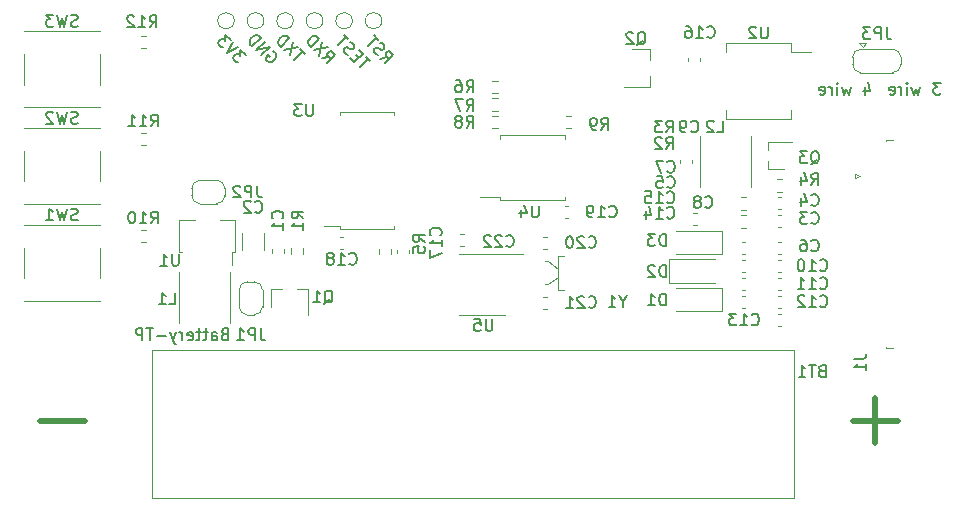
<source format=gbr>
%TF.GenerationSoftware,KiCad,Pcbnew,5.1.9+dfsg1-1~bpo10+1*%
%TF.CreationDate,2021-08-14T18:07:11+08:00*%
%TF.ProjectId,epd-clock,6570642d-636c-46f6-936b-2e6b69636164,rev?*%
%TF.SameCoordinates,Original*%
%TF.FileFunction,Legend,Bot*%
%TF.FilePolarity,Positive*%
%FSLAX46Y46*%
G04 Gerber Fmt 4.6, Leading zero omitted, Abs format (unit mm)*
G04 Created by KiCad (PCBNEW 5.1.9+dfsg1-1~bpo10+1) date 2021-08-14 18:07:11*
%MOMM*%
%LPD*%
G01*
G04 APERTURE LIST*
%ADD10C,0.150000*%
%ADD11C,0.200000*%
%ADD12C,0.120000*%
%ADD13C,0.500000*%
G04 APERTURE END LIST*
D10*
X175789285Y-104352380D02*
X175170238Y-104352380D01*
X175503571Y-104733333D01*
X175360714Y-104733333D01*
X175265476Y-104780952D01*
X175217857Y-104828571D01*
X175170238Y-104923809D01*
X175170238Y-105161904D01*
X175217857Y-105257142D01*
X175265476Y-105304761D01*
X175360714Y-105352380D01*
X175646428Y-105352380D01*
X175741666Y-105304761D01*
X175789285Y-105257142D01*
X174075000Y-104685714D02*
X173884523Y-105352380D01*
X173694047Y-104876190D01*
X173503571Y-105352380D01*
X173313095Y-104685714D01*
X172932142Y-105352380D02*
X172932142Y-104685714D01*
X172932142Y-104352380D02*
X172979761Y-104400000D01*
X172932142Y-104447619D01*
X172884523Y-104400000D01*
X172932142Y-104352380D01*
X172932142Y-104447619D01*
X172455952Y-105352380D02*
X172455952Y-104685714D01*
X172455952Y-104876190D02*
X172408333Y-104780952D01*
X172360714Y-104733333D01*
X172265476Y-104685714D01*
X172170238Y-104685714D01*
X171455952Y-105304761D02*
X171551190Y-105352380D01*
X171741666Y-105352380D01*
X171836904Y-105304761D01*
X171884523Y-105209523D01*
X171884523Y-104828571D01*
X171836904Y-104733333D01*
X171741666Y-104685714D01*
X171551190Y-104685714D01*
X171455952Y-104733333D01*
X171408333Y-104828571D01*
X171408333Y-104923809D01*
X171884523Y-105019047D01*
X169365476Y-104685714D02*
X169365476Y-105352380D01*
X169603571Y-104304761D02*
X169841666Y-105019047D01*
X169222619Y-105019047D01*
X168175000Y-104685714D02*
X167984523Y-105352380D01*
X167794047Y-104876190D01*
X167603571Y-105352380D01*
X167413095Y-104685714D01*
X167032142Y-105352380D02*
X167032142Y-104685714D01*
X167032142Y-104352380D02*
X167079761Y-104400000D01*
X167032142Y-104447619D01*
X166984523Y-104400000D01*
X167032142Y-104352380D01*
X167032142Y-104447619D01*
X166555952Y-105352380D02*
X166555952Y-104685714D01*
X166555952Y-104876190D02*
X166508333Y-104780952D01*
X166460714Y-104733333D01*
X166365476Y-104685714D01*
X166270238Y-104685714D01*
X165555952Y-105304761D02*
X165651190Y-105352380D01*
X165841666Y-105352380D01*
X165936904Y-105304761D01*
X165984523Y-105209523D01*
X165984523Y-104828571D01*
X165936904Y-104733333D01*
X165841666Y-104685714D01*
X165651190Y-104685714D01*
X165555952Y-104733333D01*
X165508333Y-104828571D01*
X165508333Y-104923809D01*
X165984523Y-105019047D01*
X115146428Y-125628571D02*
X115003571Y-125676190D01*
X114955952Y-125723809D01*
X114908333Y-125819047D01*
X114908333Y-125961904D01*
X114955952Y-126057142D01*
X115003571Y-126104761D01*
X115098809Y-126152380D01*
X115479761Y-126152380D01*
X115479761Y-125152380D01*
X115146428Y-125152380D01*
X115051190Y-125200000D01*
X115003571Y-125247619D01*
X114955952Y-125342857D01*
X114955952Y-125438095D01*
X115003571Y-125533333D01*
X115051190Y-125580952D01*
X115146428Y-125628571D01*
X115479761Y-125628571D01*
X114051190Y-126152380D02*
X114051190Y-125628571D01*
X114098809Y-125533333D01*
X114194047Y-125485714D01*
X114384523Y-125485714D01*
X114479761Y-125533333D01*
X114051190Y-126104761D02*
X114146428Y-126152380D01*
X114384523Y-126152380D01*
X114479761Y-126104761D01*
X114527380Y-126009523D01*
X114527380Y-125914285D01*
X114479761Y-125819047D01*
X114384523Y-125771428D01*
X114146428Y-125771428D01*
X114051190Y-125723809D01*
X113717857Y-125485714D02*
X113336904Y-125485714D01*
X113575000Y-125152380D02*
X113575000Y-126009523D01*
X113527380Y-126104761D01*
X113432142Y-126152380D01*
X113336904Y-126152380D01*
X113146428Y-125485714D02*
X112765476Y-125485714D01*
X113003571Y-125152380D02*
X113003571Y-126009523D01*
X112955952Y-126104761D01*
X112860714Y-126152380D01*
X112765476Y-126152380D01*
X112051190Y-126104761D02*
X112146428Y-126152380D01*
X112336904Y-126152380D01*
X112432142Y-126104761D01*
X112479761Y-126009523D01*
X112479761Y-125628571D01*
X112432142Y-125533333D01*
X112336904Y-125485714D01*
X112146428Y-125485714D01*
X112051190Y-125533333D01*
X112003571Y-125628571D01*
X112003571Y-125723809D01*
X112479761Y-125819047D01*
X111575000Y-126152380D02*
X111575000Y-125485714D01*
X111575000Y-125676190D02*
X111527380Y-125580952D01*
X111479761Y-125533333D01*
X111384523Y-125485714D01*
X111289285Y-125485714D01*
X111051190Y-125485714D02*
X110813095Y-126152380D01*
X110575000Y-125485714D02*
X110813095Y-126152380D01*
X110908333Y-126390476D01*
X110955952Y-126438095D01*
X111051190Y-126485714D01*
X110194047Y-125771428D02*
X109432142Y-125771428D01*
X109098809Y-125152380D02*
X108527380Y-125152380D01*
X108813095Y-126152380D02*
X108813095Y-125152380D01*
X108194047Y-126152380D02*
X108194047Y-125152380D01*
X107813095Y-125152380D01*
X107717857Y-125200000D01*
X107670238Y-125247619D01*
X107622619Y-125342857D01*
X107622619Y-125485714D01*
X107670238Y-125580952D01*
X107717857Y-125628571D01*
X107813095Y-125676190D01*
X108194047Y-125676190D01*
D11*
X116937690Y-101988240D02*
X116499957Y-101550507D01*
X116466286Y-102055583D01*
X116365270Y-101954568D01*
X116264255Y-101920896D01*
X116196912Y-101920896D01*
X116095896Y-101954568D01*
X115927538Y-102122927D01*
X115893866Y-102223942D01*
X115893866Y-102291286D01*
X115927538Y-102392301D01*
X116129568Y-102594331D01*
X116230583Y-102628003D01*
X116297927Y-102628003D01*
X116297927Y-101348477D02*
X115355118Y-101819881D01*
X115826522Y-100877072D01*
X115658164Y-100708713D02*
X115220431Y-100270981D01*
X115186759Y-100776057D01*
X115085744Y-100675042D01*
X114984729Y-100641370D01*
X114917385Y-100641370D01*
X114816370Y-100675042D01*
X114648011Y-100843400D01*
X114614339Y-100944416D01*
X114614339Y-101011759D01*
X114648011Y-101112774D01*
X114850042Y-101314805D01*
X114951057Y-101348477D01*
X115018400Y-101348477D01*
X119267301Y-101685194D02*
X119368316Y-101718866D01*
X119469331Y-101819881D01*
X119536675Y-101954568D01*
X119536675Y-102089255D01*
X119503003Y-102190270D01*
X119401988Y-102358629D01*
X119300973Y-102459644D01*
X119132614Y-102560660D01*
X119031599Y-102594331D01*
X118896912Y-102594331D01*
X118762225Y-102526988D01*
X118694881Y-102459644D01*
X118627538Y-102324957D01*
X118627538Y-102257614D01*
X118863240Y-102021912D01*
X118997927Y-102156599D01*
X118257148Y-102021912D02*
X118964255Y-101314805D01*
X117853087Y-101617851D01*
X118560194Y-100910744D01*
X117516370Y-101281133D02*
X118223477Y-100574026D01*
X118055118Y-100405668D01*
X117920431Y-100338324D01*
X117785744Y-100338324D01*
X117684729Y-100371996D01*
X117516370Y-100473011D01*
X117415355Y-100574026D01*
X117314339Y-100742385D01*
X117280668Y-100843400D01*
X117280668Y-100978087D01*
X117348011Y-101112774D01*
X117516370Y-101281133D01*
X121954526Y-101905076D02*
X121550465Y-101501015D01*
X121045389Y-102410152D02*
X121752496Y-101703045D01*
X121382106Y-101332656D02*
X120203595Y-101568358D01*
X120910702Y-100861251D02*
X120675000Y-102039763D01*
X119934221Y-101298984D02*
X120641328Y-100591877D01*
X120472969Y-100423519D01*
X120338282Y-100356175D01*
X120203595Y-100356175D01*
X120102580Y-100389847D01*
X119934221Y-100490862D01*
X119833206Y-100591877D01*
X119732190Y-100760236D01*
X119698519Y-100861251D01*
X119698519Y-100995938D01*
X119765862Y-101130625D01*
X119934221Y-101298984D01*
X123426522Y-102291286D02*
X123998942Y-102190270D01*
X123830583Y-102695347D02*
X124537690Y-101988240D01*
X124268316Y-101718866D01*
X124167301Y-101685194D01*
X124099957Y-101685194D01*
X123998942Y-101718866D01*
X123897927Y-101819881D01*
X123864255Y-101920896D01*
X123864255Y-101988240D01*
X123897927Y-102089255D01*
X124167301Y-102358629D01*
X123897927Y-101348477D02*
X122719416Y-101584179D01*
X123426522Y-100877072D02*
X123190820Y-102055583D01*
X122450042Y-101314805D02*
X123157148Y-100607698D01*
X122988790Y-100439339D01*
X122854103Y-100371996D01*
X122719416Y-100371996D01*
X122618400Y-100405668D01*
X122450042Y-100506683D01*
X122349026Y-100607698D01*
X122248011Y-100776057D01*
X122214339Y-100877072D01*
X122214339Y-101011759D01*
X122281683Y-101146446D01*
X122450042Y-101314805D01*
X127490228Y-102540778D02*
X127086167Y-102136717D01*
X126581091Y-103045854D02*
X127288198Y-102338748D01*
X126513748Y-102237732D02*
X126278045Y-102002030D01*
X125806641Y-102271404D02*
X126143358Y-102608122D01*
X126850465Y-101901015D01*
X126513748Y-101564297D01*
X125570938Y-101968358D02*
X125436251Y-101901015D01*
X125267893Y-101732656D01*
X125234221Y-101631641D01*
X125234221Y-101564297D01*
X125267893Y-101463282D01*
X125335236Y-101395938D01*
X125436251Y-101362267D01*
X125503595Y-101362267D01*
X125604610Y-101395938D01*
X125772969Y-101496954D01*
X125873984Y-101530625D01*
X125941328Y-101530625D01*
X126042343Y-101496954D01*
X126109687Y-101429610D01*
X126143358Y-101328595D01*
X126143358Y-101261251D01*
X126109687Y-101160236D01*
X125941328Y-100991877D01*
X125806641Y-100924534D01*
X125638282Y-100688832D02*
X125234221Y-100284771D01*
X124729145Y-101193908D02*
X125436251Y-100486801D01*
X128342343Y-102307106D02*
X128914763Y-102206091D01*
X128746404Y-102711167D02*
X129453511Y-102004061D01*
X129184137Y-101734687D01*
X129083122Y-101701015D01*
X129015778Y-101701015D01*
X128914763Y-101734687D01*
X128813748Y-101835702D01*
X128780076Y-101936717D01*
X128780076Y-102004061D01*
X128813748Y-102105076D01*
X129083122Y-102374450D01*
X128106641Y-102004061D02*
X127971954Y-101936717D01*
X127803595Y-101768358D01*
X127769923Y-101667343D01*
X127769923Y-101600000D01*
X127803595Y-101498984D01*
X127870938Y-101431641D01*
X127971954Y-101397969D01*
X128039297Y-101397969D01*
X128140312Y-101431641D01*
X128308671Y-101532656D01*
X128409687Y-101566328D01*
X128477030Y-101566328D01*
X128578045Y-101532656D01*
X128645389Y-101465312D01*
X128679061Y-101364297D01*
X128679061Y-101296954D01*
X128645389Y-101195938D01*
X128477030Y-101027580D01*
X128342343Y-100960236D01*
X128173984Y-100724534D02*
X127769923Y-100320473D01*
X127264847Y-101229610D02*
X127971954Y-100522503D01*
D12*
%TO.C,R7*%
X138312258Y-106722500D02*
X137837742Y-106722500D01*
X138312258Y-105677500D02*
X137837742Y-105677500D01*
%TO.C,R6*%
X138312258Y-105222500D02*
X137837742Y-105222500D01*
X138312258Y-104177500D02*
X137837742Y-104177500D01*
%TO.C,JP3*%
X169175000Y-101300000D02*
X169475000Y-101000000D01*
X168875000Y-101000000D02*
X169475000Y-101000000D01*
X169175000Y-101300000D02*
X168875000Y-101000000D01*
X168325000Y-102200000D02*
X168325000Y-102800000D01*
X171775000Y-101500000D02*
X168975000Y-101500000D01*
X172425000Y-102800000D02*
X172425000Y-102200000D01*
X168975000Y-103500000D02*
X171775000Y-103500000D01*
X168325000Y-102800000D02*
G75*
G03*
X169025000Y-103500000I700000J0D01*
G01*
X169025000Y-101500000D02*
G75*
G03*
X168325000Y-102200000I0J-700000D01*
G01*
X172425000Y-102200000D02*
G75*
G03*
X171725000Y-101500000I-700000J0D01*
G01*
X171725000Y-103500000D02*
G75*
G03*
X172425000Y-102800000I0J700000D01*
G01*
%TO.C,JP2*%
X112375000Y-113300000D02*
X112375000Y-113900000D01*
X114475000Y-112600000D02*
X113075000Y-112600000D01*
X115175000Y-113900000D02*
X115175000Y-113300000D01*
X113075000Y-114600000D02*
X114475000Y-114600000D01*
X112375000Y-113900000D02*
G75*
G03*
X113075000Y-114600000I700000J0D01*
G01*
X113075000Y-112600000D02*
G75*
G03*
X112375000Y-113300000I0J-700000D01*
G01*
X115175000Y-113300000D02*
G75*
G03*
X114475000Y-112600000I-700000J0D01*
G01*
X114475000Y-114600000D02*
G75*
G03*
X115175000Y-113900000I0J700000D01*
G01*
%TO.C,C2*%
X118485000Y-118511252D02*
X118485000Y-117088748D01*
X116665000Y-118511252D02*
X116665000Y-117088748D01*
%TO.C,BT1*%
X163401000Y-139518000D02*
X163401000Y-127018000D01*
X109001000Y-139518000D02*
X163401000Y-139518000D01*
X109001000Y-127018000D02*
X109001000Y-139518000D01*
X163401000Y-127018000D02*
X109001000Y-127018000D01*
%TO.C,Q3*%
X161147000Y-111008000D02*
X161147000Y-111668000D01*
X161147000Y-109348000D02*
X161147000Y-110008000D01*
X161147000Y-109348000D02*
X163177000Y-109348000D01*
X162557000Y-111668000D02*
X161147000Y-111668000D01*
%TO.C,JP1*%
X117075000Y-124000000D02*
X117675000Y-124000000D01*
X116375000Y-121900000D02*
X116375000Y-123300000D01*
X117675000Y-121200000D02*
X117075000Y-121200000D01*
X118375000Y-123300000D02*
X118375000Y-121900000D01*
X117675000Y-124000000D02*
G75*
G03*
X118375000Y-123300000I0J700000D01*
G01*
X116375000Y-123300000D02*
G75*
G03*
X117075000Y-124000000I700000J0D01*
G01*
X117075000Y-121200000D02*
G75*
G03*
X116375000Y-121900000I0J-700000D01*
G01*
X118375000Y-121900000D02*
G75*
G03*
X117675000Y-121200000I-700000J0D01*
G01*
%TO.C,TP6*%
X120975000Y-99100000D02*
G75*
G03*
X120975000Y-99100000I-700000J0D01*
G01*
%TO.C,TP5*%
X123475000Y-99100000D02*
G75*
G03*
X123475000Y-99100000I-700000J0D01*
G01*
%TO.C,TP4*%
X125975000Y-99100000D02*
G75*
G03*
X125975000Y-99100000I-700000J0D01*
G01*
%TO.C,TP3*%
X128475000Y-99100000D02*
G75*
G03*
X128475000Y-99100000I-700000J0D01*
G01*
%TO.C,TP2*%
X118475000Y-99100000D02*
G75*
G03*
X118475000Y-99100000I-700000J0D01*
G01*
%TO.C,TP1*%
X115975000Y-99100000D02*
G75*
G03*
X115975000Y-99100000I-700000J0D01*
G01*
%TO.C,R9*%
X144512258Y-107177500D02*
X144037742Y-107177500D01*
X144512258Y-108222500D02*
X144037742Y-108222500D01*
%TO.C,R8*%
X137837742Y-108222500D02*
X138312258Y-108222500D01*
X137837742Y-107177500D02*
X138312258Y-107177500D01*
%TO.C,R10*%
X108037742Y-117822500D02*
X108512258Y-117822500D01*
X108037742Y-116777500D02*
X108512258Y-116777500D01*
%TO.C,SW1*%
X104605000Y-122830000D02*
X98145000Y-122830000D01*
X104605000Y-118300000D02*
X104605000Y-120900000D01*
X104605000Y-116370000D02*
X98145000Y-116370000D01*
X98145000Y-118300000D02*
X98145000Y-120900000D01*
X104605000Y-116400000D02*
X104605000Y-116370000D01*
X104605000Y-122830000D02*
X104605000Y-122800000D01*
X98145000Y-122830000D02*
X98145000Y-122800000D01*
X98145000Y-116370000D02*
X98145000Y-116400000D01*
%TO.C,SW3*%
X104605000Y-106430000D02*
X98145000Y-106430000D01*
X104605000Y-101900000D02*
X104605000Y-104500000D01*
X104605000Y-99970000D02*
X98145000Y-99970000D01*
X98145000Y-101900000D02*
X98145000Y-104500000D01*
X104605000Y-100000000D02*
X104605000Y-99970000D01*
X104605000Y-106430000D02*
X104605000Y-106400000D01*
X98145000Y-106430000D02*
X98145000Y-106400000D01*
X98145000Y-99970000D02*
X98145000Y-100000000D01*
%TO.C,SW2*%
X104605000Y-114630000D02*
X98145000Y-114630000D01*
X104605000Y-110100000D02*
X104605000Y-112700000D01*
X104605000Y-108170000D02*
X98145000Y-108170000D01*
X98145000Y-110100000D02*
X98145000Y-112700000D01*
X104605000Y-108200000D02*
X104605000Y-108170000D01*
X104605000Y-114630000D02*
X104605000Y-114600000D01*
X98145000Y-114630000D02*
X98145000Y-114600000D01*
X98145000Y-108170000D02*
X98145000Y-108200000D01*
%TO.C,C18*%
X124934420Y-117390000D02*
X125215580Y-117390000D01*
X124934420Y-118410000D02*
X125215580Y-118410000D01*
%TO.C,U2*%
X163135000Y-101735000D02*
X164825000Y-101735000D01*
X163135000Y-100990000D02*
X163135000Y-101735000D01*
X160375000Y-100990000D02*
X163135000Y-100990000D01*
X157615000Y-100990000D02*
X157615000Y-101735000D01*
X160375000Y-100990000D02*
X157615000Y-100990000D01*
X163135000Y-107410000D02*
X163135000Y-106665000D01*
X160375000Y-107410000D02*
X163135000Y-107410000D01*
X157615000Y-107410000D02*
X157615000Y-106665000D01*
X160375000Y-107410000D02*
X157615000Y-107410000D01*
%TO.C,C16*%
X155385000Y-102259420D02*
X155385000Y-102540580D01*
X154365000Y-102259420D02*
X154365000Y-102540580D01*
%TO.C,J1*%
X168525000Y-112438000D02*
X168525000Y-112038000D01*
X168925000Y-112238000D02*
X168525000Y-112438000D01*
X168525000Y-112038000D02*
X168925000Y-112238000D01*
X171115000Y-126813000D02*
X171715000Y-126813000D01*
X171115000Y-126703000D02*
X171115000Y-126813000D01*
X171115000Y-109163000D02*
X171715000Y-109163000D01*
X171115000Y-109273000D02*
X171115000Y-109163000D01*
%TO.C,C1*%
X119165000Y-118740580D02*
X119165000Y-118459420D01*
X120185000Y-118740580D02*
X120185000Y-118459420D01*
%TO.C,C3*%
X162271580Y-115586000D02*
X161990420Y-115586000D01*
X162271580Y-116606000D02*
X161990420Y-116606000D01*
%TO.C,C4*%
X162271580Y-114062000D02*
X161990420Y-114062000D01*
X162271580Y-115082000D02*
X161990420Y-115082000D01*
%TO.C,C5*%
X158942420Y-120354000D02*
X159223580Y-120354000D01*
X158942420Y-119334000D02*
X159223580Y-119334000D01*
%TO.C,C6*%
X162271580Y-118830000D02*
X161990420Y-118830000D01*
X162271580Y-117810000D02*
X161990420Y-117810000D01*
%TO.C,C7*%
X158942420Y-118830000D02*
X159223580Y-118830000D01*
X158942420Y-117810000D02*
X159223580Y-117810000D01*
%TO.C,C8*%
X154834420Y-116410000D02*
X155115580Y-116410000D01*
X154834420Y-115390000D02*
X155115580Y-115390000D01*
%TO.C,C9*%
X154767000Y-110875420D02*
X154767000Y-111156580D01*
X153747000Y-110875420D02*
X153747000Y-111156580D01*
%TO.C,C10*%
X162271580Y-120354000D02*
X161990420Y-120354000D01*
X162271580Y-119334000D02*
X161990420Y-119334000D01*
%TO.C,C11*%
X162271580Y-121878000D02*
X161990420Y-121878000D01*
X162271580Y-120858000D02*
X161990420Y-120858000D01*
%TO.C,C12*%
X162271580Y-122382000D02*
X161990420Y-122382000D01*
X162271580Y-123402000D02*
X161990420Y-123402000D01*
%TO.C,C13*%
X162271580Y-123906000D02*
X161990420Y-123906000D01*
X162271580Y-124926000D02*
X161990420Y-124926000D01*
%TO.C,C14*%
X158942420Y-122382000D02*
X159223580Y-122382000D01*
X158942420Y-123402000D02*
X159223580Y-123402000D01*
%TO.C,C15*%
X158942420Y-120858000D02*
X159223580Y-120858000D01*
X158942420Y-121878000D02*
X159223580Y-121878000D01*
%TO.C,C17*%
X130761000Y-118509420D02*
X130761000Y-118790580D01*
X129741000Y-118509420D02*
X129741000Y-118790580D01*
%TO.C,C19*%
X144215580Y-114790000D02*
X143934420Y-114790000D01*
X144215580Y-115810000D02*
X143934420Y-115810000D01*
%TO.C,C20*%
X142146420Y-117384000D02*
X142427580Y-117384000D01*
X142146420Y-118404000D02*
X142427580Y-118404000D01*
%TO.C,C21*%
X142146420Y-122464000D02*
X142427580Y-122464000D01*
X142146420Y-123484000D02*
X142427580Y-123484000D01*
%TO.C,C22*%
X135390580Y-117190000D02*
X135109420Y-117190000D01*
X135390580Y-118210000D02*
X135109420Y-118210000D01*
%TO.C,D1*%
X157269000Y-121700000D02*
X153369000Y-121700000D01*
X157269000Y-123700000D02*
X153369000Y-123700000D01*
X157269000Y-121700000D02*
X157269000Y-123700000D01*
%TO.C,D2*%
X152769000Y-121300000D02*
X152769000Y-119300000D01*
X152769000Y-119300000D02*
X156669000Y-119300000D01*
X152769000Y-121300000D02*
X156669000Y-121300000D01*
%TO.C,D3*%
X157269000Y-116874000D02*
X157269000Y-118874000D01*
X157269000Y-118874000D02*
X153369000Y-118874000D01*
X157269000Y-116874000D02*
X153369000Y-116874000D01*
%TO.C,L1*%
X115629000Y-124654000D02*
X115629000Y-120346000D01*
X111321000Y-120346000D02*
X111321000Y-124654000D01*
%TO.C,L2*%
X155405000Y-108862000D02*
X155405000Y-113170000D01*
X159713000Y-113170000D02*
X159713000Y-108862000D01*
%TO.C,Q1*%
X119095000Y-121840000D02*
X119095000Y-123300000D01*
X122255000Y-121840000D02*
X122255000Y-124000000D01*
X122255000Y-121840000D02*
X121325000Y-121840000D01*
X119095000Y-121840000D02*
X120025000Y-121840000D01*
%TO.C,Q2*%
X151135000Y-101520000D02*
X149675000Y-101520000D01*
X151135000Y-104680000D02*
X148975000Y-104680000D01*
X151135000Y-104680000D02*
X151135000Y-103750000D01*
X151135000Y-101520000D02*
X151135000Y-102450000D01*
%TO.C,R1*%
X120752500Y-118362742D02*
X120752500Y-118837258D01*
X121797500Y-118362742D02*
X121797500Y-118837258D01*
%TO.C,R2*%
X159320258Y-115573500D02*
X158845742Y-115573500D01*
X159320258Y-116618500D02*
X158845742Y-116618500D01*
%TO.C,R3*%
X159320258Y-114049500D02*
X158845742Y-114049500D01*
X159320258Y-115094500D02*
X158845742Y-115094500D01*
%TO.C,R4*%
X161893742Y-113570500D02*
X162368258Y-113570500D01*
X161893742Y-112525500D02*
X162368258Y-112525500D01*
%TO.C,R5*%
X128204500Y-118887258D02*
X128204500Y-118412742D01*
X129249500Y-118887258D02*
X129249500Y-118412742D01*
%TO.C,R11*%
X108037742Y-108577500D02*
X108512258Y-108577500D01*
X108037742Y-109622500D02*
X108512258Y-109622500D01*
%TO.C,R12*%
X108037742Y-101422500D02*
X108512258Y-101422500D01*
X108037742Y-100377500D02*
X108512258Y-100377500D01*
%TO.C,U1*%
X111315000Y-118660000D02*
X111545000Y-118660000D01*
X116035000Y-118660000D02*
X115805000Y-118660000D01*
X116035000Y-118660000D02*
X116035000Y-115940000D01*
X116035000Y-115940000D02*
X114725000Y-115940000D01*
X115805000Y-119800000D02*
X115805000Y-118660000D01*
X111315000Y-115940000D02*
X111315000Y-118660000D01*
X112625000Y-115940000D02*
X111315000Y-115940000D01*
%TO.C,U3*%
X127203000Y-106832000D02*
X129513000Y-106832000D01*
X129513000Y-106832000D02*
X129513000Y-107107000D01*
X127203000Y-106832000D02*
X124893000Y-106832000D01*
X124893000Y-106832000D02*
X124893000Y-107107000D01*
X127203000Y-116752000D02*
X129513000Y-116752000D01*
X129513000Y-116752000D02*
X129513000Y-116477000D01*
X127203000Y-116752000D02*
X124893000Y-116752000D01*
X124893000Y-116752000D02*
X124893000Y-116477000D01*
X124893000Y-116477000D02*
X123603000Y-116477000D01*
%TO.C,U4*%
X141193000Y-108806500D02*
X143940500Y-108806500D01*
X143940500Y-108806500D02*
X143940500Y-109089000D01*
X141193000Y-108806500D02*
X138445500Y-108806500D01*
X138445500Y-108806500D02*
X138445500Y-109089000D01*
X141193000Y-114301500D02*
X143940500Y-114301500D01*
X143940500Y-114301500D02*
X143940500Y-114019000D01*
X141193000Y-114301500D02*
X138445500Y-114301500D01*
X138445500Y-114301500D02*
X138445500Y-114019000D01*
X138445500Y-114019000D02*
X136793000Y-114019000D01*
%TO.C,U5*%
X136953000Y-118890000D02*
X140403000Y-118890000D01*
X136953000Y-118890000D02*
X135003000Y-118890000D01*
X136953000Y-124010000D02*
X138903000Y-124010000D01*
X136953000Y-124010000D02*
X135003000Y-124010000D01*
%TO.C,Y1*%
X142513000Y-121384000D02*
X142313000Y-121384000D01*
X143413000Y-120784000D02*
X142513000Y-121384000D01*
X142513000Y-119484000D02*
X142313000Y-119484000D01*
X143413000Y-120084000D02*
X142513000Y-119484000D01*
X143413000Y-121884000D02*
X143913000Y-121884000D01*
X143413000Y-118984000D02*
X143413000Y-121884000D01*
X143913000Y-118984000D02*
X143413000Y-118984000D01*
%TO.C,R7*%
D10*
X135641666Y-106752380D02*
X135975000Y-106276190D01*
X136213095Y-106752380D02*
X136213095Y-105752380D01*
X135832142Y-105752380D01*
X135736904Y-105800000D01*
X135689285Y-105847619D01*
X135641666Y-105942857D01*
X135641666Y-106085714D01*
X135689285Y-106180952D01*
X135736904Y-106228571D01*
X135832142Y-106276190D01*
X136213095Y-106276190D01*
X135308333Y-105752380D02*
X134641666Y-105752380D01*
X135070238Y-106752380D01*
%TO.C,R6*%
X135641666Y-105152380D02*
X135975000Y-104676190D01*
X136213095Y-105152380D02*
X136213095Y-104152380D01*
X135832142Y-104152380D01*
X135736904Y-104200000D01*
X135689285Y-104247619D01*
X135641666Y-104342857D01*
X135641666Y-104485714D01*
X135689285Y-104580952D01*
X135736904Y-104628571D01*
X135832142Y-104676190D01*
X136213095Y-104676190D01*
X134784523Y-104152380D02*
X134975000Y-104152380D01*
X135070238Y-104200000D01*
X135117857Y-104247619D01*
X135213095Y-104390476D01*
X135260714Y-104580952D01*
X135260714Y-104961904D01*
X135213095Y-105057142D01*
X135165476Y-105104761D01*
X135070238Y-105152380D01*
X134879761Y-105152380D01*
X134784523Y-105104761D01*
X134736904Y-105057142D01*
X134689285Y-104961904D01*
X134689285Y-104723809D01*
X134736904Y-104628571D01*
X134784523Y-104580952D01*
X134879761Y-104533333D01*
X135070238Y-104533333D01*
X135165476Y-104580952D01*
X135213095Y-104628571D01*
X135260714Y-104723809D01*
%TO.C,JP3*%
X171208333Y-99652380D02*
X171208333Y-100366666D01*
X171255952Y-100509523D01*
X171351190Y-100604761D01*
X171494047Y-100652380D01*
X171589285Y-100652380D01*
X170732142Y-100652380D02*
X170732142Y-99652380D01*
X170351190Y-99652380D01*
X170255952Y-99700000D01*
X170208333Y-99747619D01*
X170160714Y-99842857D01*
X170160714Y-99985714D01*
X170208333Y-100080952D01*
X170255952Y-100128571D01*
X170351190Y-100176190D01*
X170732142Y-100176190D01*
X169827380Y-99652380D02*
X169208333Y-99652380D01*
X169541666Y-100033333D01*
X169398809Y-100033333D01*
X169303571Y-100080952D01*
X169255952Y-100128571D01*
X169208333Y-100223809D01*
X169208333Y-100461904D01*
X169255952Y-100557142D01*
X169303571Y-100604761D01*
X169398809Y-100652380D01*
X169684523Y-100652380D01*
X169779761Y-100604761D01*
X169827380Y-100557142D01*
%TO.C,JP2*%
X117908333Y-113052380D02*
X117908333Y-113766666D01*
X117955952Y-113909523D01*
X118051190Y-114004761D01*
X118194047Y-114052380D01*
X118289285Y-114052380D01*
X117432142Y-114052380D02*
X117432142Y-113052380D01*
X117051190Y-113052380D01*
X116955952Y-113100000D01*
X116908333Y-113147619D01*
X116860714Y-113242857D01*
X116860714Y-113385714D01*
X116908333Y-113480952D01*
X116955952Y-113528571D01*
X117051190Y-113576190D01*
X117432142Y-113576190D01*
X116479761Y-113147619D02*
X116432142Y-113100000D01*
X116336904Y-113052380D01*
X116098809Y-113052380D01*
X116003571Y-113100000D01*
X115955952Y-113147619D01*
X115908333Y-113242857D01*
X115908333Y-113338095D01*
X115955952Y-113480952D01*
X116527380Y-114052380D01*
X115908333Y-114052380D01*
%TO.C,C2*%
X117741666Y-115257142D02*
X117789285Y-115304761D01*
X117932142Y-115352380D01*
X118027380Y-115352380D01*
X118170238Y-115304761D01*
X118265476Y-115209523D01*
X118313095Y-115114285D01*
X118360714Y-114923809D01*
X118360714Y-114780952D01*
X118313095Y-114590476D01*
X118265476Y-114495238D01*
X118170238Y-114400000D01*
X118027380Y-114352380D01*
X117932142Y-114352380D01*
X117789285Y-114400000D01*
X117741666Y-114447619D01*
X117360714Y-114447619D02*
X117313095Y-114400000D01*
X117217857Y-114352380D01*
X116979761Y-114352380D01*
X116884523Y-114400000D01*
X116836904Y-114447619D01*
X116789285Y-114542857D01*
X116789285Y-114638095D01*
X116836904Y-114780952D01*
X117408333Y-115352380D01*
X116789285Y-115352380D01*
%TO.C,BT1*%
X165710714Y-128724571D02*
X165567857Y-128772190D01*
X165520238Y-128819809D01*
X165472619Y-128915047D01*
X165472619Y-129057904D01*
X165520238Y-129153142D01*
X165567857Y-129200761D01*
X165663095Y-129248380D01*
X166044047Y-129248380D01*
X166044047Y-128248380D01*
X165710714Y-128248380D01*
X165615476Y-128296000D01*
X165567857Y-128343619D01*
X165520238Y-128438857D01*
X165520238Y-128534095D01*
X165567857Y-128629333D01*
X165615476Y-128676952D01*
X165710714Y-128724571D01*
X166044047Y-128724571D01*
X165186904Y-128248380D02*
X164615476Y-128248380D01*
X164901190Y-129248380D02*
X164901190Y-128248380D01*
X163758333Y-129248380D02*
X164329761Y-129248380D01*
X164044047Y-129248380D02*
X164044047Y-128248380D01*
X164139285Y-128391238D01*
X164234523Y-128486476D01*
X164329761Y-128534095D01*
D13*
X103329761Y-132963142D02*
X99520238Y-132963142D01*
X172163761Y-132963142D02*
X168354238Y-132963142D01*
X170259000Y-134867904D02*
X170259000Y-131058380D01*
%TO.C,Q3*%
D10*
X164770238Y-111247619D02*
X164865476Y-111200000D01*
X164960714Y-111104761D01*
X165103571Y-110961904D01*
X165198809Y-110914285D01*
X165294047Y-110914285D01*
X165246428Y-111152380D02*
X165341666Y-111104761D01*
X165436904Y-111009523D01*
X165484523Y-110819047D01*
X165484523Y-110485714D01*
X165436904Y-110295238D01*
X165341666Y-110200000D01*
X165246428Y-110152380D01*
X165055952Y-110152380D01*
X164960714Y-110200000D01*
X164865476Y-110295238D01*
X164817857Y-110485714D01*
X164817857Y-110819047D01*
X164865476Y-111009523D01*
X164960714Y-111104761D01*
X165055952Y-111152380D01*
X165246428Y-111152380D01*
X164484523Y-110152380D02*
X163865476Y-110152380D01*
X164198809Y-110533333D01*
X164055952Y-110533333D01*
X163960714Y-110580952D01*
X163913095Y-110628571D01*
X163865476Y-110723809D01*
X163865476Y-110961904D01*
X163913095Y-111057142D01*
X163960714Y-111104761D01*
X164055952Y-111152380D01*
X164341666Y-111152380D01*
X164436904Y-111104761D01*
X164484523Y-111057142D01*
%TO.C,JP1*%
X118208333Y-125152380D02*
X118208333Y-125866666D01*
X118255952Y-126009523D01*
X118351190Y-126104761D01*
X118494047Y-126152380D01*
X118589285Y-126152380D01*
X117732142Y-126152380D02*
X117732142Y-125152380D01*
X117351190Y-125152380D01*
X117255952Y-125200000D01*
X117208333Y-125247619D01*
X117160714Y-125342857D01*
X117160714Y-125485714D01*
X117208333Y-125580952D01*
X117255952Y-125628571D01*
X117351190Y-125676190D01*
X117732142Y-125676190D01*
X116208333Y-126152380D02*
X116779761Y-126152380D01*
X116494047Y-126152380D02*
X116494047Y-125152380D01*
X116589285Y-125295238D01*
X116684523Y-125390476D01*
X116779761Y-125438095D01*
%TO.C,R9*%
X147041666Y-108352380D02*
X147375000Y-107876190D01*
X147613095Y-108352380D02*
X147613095Y-107352380D01*
X147232142Y-107352380D01*
X147136904Y-107400000D01*
X147089285Y-107447619D01*
X147041666Y-107542857D01*
X147041666Y-107685714D01*
X147089285Y-107780952D01*
X147136904Y-107828571D01*
X147232142Y-107876190D01*
X147613095Y-107876190D01*
X146565476Y-108352380D02*
X146375000Y-108352380D01*
X146279761Y-108304761D01*
X146232142Y-108257142D01*
X146136904Y-108114285D01*
X146089285Y-107923809D01*
X146089285Y-107542857D01*
X146136904Y-107447619D01*
X146184523Y-107400000D01*
X146279761Y-107352380D01*
X146470238Y-107352380D01*
X146565476Y-107400000D01*
X146613095Y-107447619D01*
X146660714Y-107542857D01*
X146660714Y-107780952D01*
X146613095Y-107876190D01*
X146565476Y-107923809D01*
X146470238Y-107971428D01*
X146279761Y-107971428D01*
X146184523Y-107923809D01*
X146136904Y-107876190D01*
X146089285Y-107780952D01*
%TO.C,R8*%
X135641666Y-108152380D02*
X135975000Y-107676190D01*
X136213095Y-108152380D02*
X136213095Y-107152380D01*
X135832142Y-107152380D01*
X135736904Y-107200000D01*
X135689285Y-107247619D01*
X135641666Y-107342857D01*
X135641666Y-107485714D01*
X135689285Y-107580952D01*
X135736904Y-107628571D01*
X135832142Y-107676190D01*
X136213095Y-107676190D01*
X135070238Y-107580952D02*
X135165476Y-107533333D01*
X135213095Y-107485714D01*
X135260714Y-107390476D01*
X135260714Y-107342857D01*
X135213095Y-107247619D01*
X135165476Y-107200000D01*
X135070238Y-107152380D01*
X134879761Y-107152380D01*
X134784523Y-107200000D01*
X134736904Y-107247619D01*
X134689285Y-107342857D01*
X134689285Y-107390476D01*
X134736904Y-107485714D01*
X134784523Y-107533333D01*
X134879761Y-107580952D01*
X135070238Y-107580952D01*
X135165476Y-107628571D01*
X135213095Y-107676190D01*
X135260714Y-107771428D01*
X135260714Y-107961904D01*
X135213095Y-108057142D01*
X135165476Y-108104761D01*
X135070238Y-108152380D01*
X134879761Y-108152380D01*
X134784523Y-108104761D01*
X134736904Y-108057142D01*
X134689285Y-107961904D01*
X134689285Y-107771428D01*
X134736904Y-107676190D01*
X134784523Y-107628571D01*
X134879761Y-107580952D01*
%TO.C,R10*%
X108917857Y-116252380D02*
X109251190Y-115776190D01*
X109489285Y-116252380D02*
X109489285Y-115252380D01*
X109108333Y-115252380D01*
X109013095Y-115300000D01*
X108965476Y-115347619D01*
X108917857Y-115442857D01*
X108917857Y-115585714D01*
X108965476Y-115680952D01*
X109013095Y-115728571D01*
X109108333Y-115776190D01*
X109489285Y-115776190D01*
X107965476Y-116252380D02*
X108536904Y-116252380D01*
X108251190Y-116252380D02*
X108251190Y-115252380D01*
X108346428Y-115395238D01*
X108441666Y-115490476D01*
X108536904Y-115538095D01*
X107346428Y-115252380D02*
X107251190Y-115252380D01*
X107155952Y-115300000D01*
X107108333Y-115347619D01*
X107060714Y-115442857D01*
X107013095Y-115633333D01*
X107013095Y-115871428D01*
X107060714Y-116061904D01*
X107108333Y-116157142D01*
X107155952Y-116204761D01*
X107251190Y-116252380D01*
X107346428Y-116252380D01*
X107441666Y-116204761D01*
X107489285Y-116157142D01*
X107536904Y-116061904D01*
X107584523Y-115871428D01*
X107584523Y-115633333D01*
X107536904Y-115442857D01*
X107489285Y-115347619D01*
X107441666Y-115300000D01*
X107346428Y-115252380D01*
%TO.C,SW1*%
X102708333Y-115954761D02*
X102565476Y-116002380D01*
X102327380Y-116002380D01*
X102232142Y-115954761D01*
X102184523Y-115907142D01*
X102136904Y-115811904D01*
X102136904Y-115716666D01*
X102184523Y-115621428D01*
X102232142Y-115573809D01*
X102327380Y-115526190D01*
X102517857Y-115478571D01*
X102613095Y-115430952D01*
X102660714Y-115383333D01*
X102708333Y-115288095D01*
X102708333Y-115192857D01*
X102660714Y-115097619D01*
X102613095Y-115050000D01*
X102517857Y-115002380D01*
X102279761Y-115002380D01*
X102136904Y-115050000D01*
X101803571Y-115002380D02*
X101565476Y-116002380D01*
X101375000Y-115288095D01*
X101184523Y-116002380D01*
X100946428Y-115002380D01*
X100041666Y-116002380D02*
X100613095Y-116002380D01*
X100327380Y-116002380D02*
X100327380Y-115002380D01*
X100422619Y-115145238D01*
X100517857Y-115240476D01*
X100613095Y-115288095D01*
%TO.C,SW3*%
X102708333Y-99554761D02*
X102565476Y-99602380D01*
X102327380Y-99602380D01*
X102232142Y-99554761D01*
X102184523Y-99507142D01*
X102136904Y-99411904D01*
X102136904Y-99316666D01*
X102184523Y-99221428D01*
X102232142Y-99173809D01*
X102327380Y-99126190D01*
X102517857Y-99078571D01*
X102613095Y-99030952D01*
X102660714Y-98983333D01*
X102708333Y-98888095D01*
X102708333Y-98792857D01*
X102660714Y-98697619D01*
X102613095Y-98650000D01*
X102517857Y-98602380D01*
X102279761Y-98602380D01*
X102136904Y-98650000D01*
X101803571Y-98602380D02*
X101565476Y-99602380D01*
X101375000Y-98888095D01*
X101184523Y-99602380D01*
X100946428Y-98602380D01*
X100660714Y-98602380D02*
X100041666Y-98602380D01*
X100375000Y-98983333D01*
X100232142Y-98983333D01*
X100136904Y-99030952D01*
X100089285Y-99078571D01*
X100041666Y-99173809D01*
X100041666Y-99411904D01*
X100089285Y-99507142D01*
X100136904Y-99554761D01*
X100232142Y-99602380D01*
X100517857Y-99602380D01*
X100613095Y-99554761D01*
X100660714Y-99507142D01*
%TO.C,SW2*%
X102708333Y-107754761D02*
X102565476Y-107802380D01*
X102327380Y-107802380D01*
X102232142Y-107754761D01*
X102184523Y-107707142D01*
X102136904Y-107611904D01*
X102136904Y-107516666D01*
X102184523Y-107421428D01*
X102232142Y-107373809D01*
X102327380Y-107326190D01*
X102517857Y-107278571D01*
X102613095Y-107230952D01*
X102660714Y-107183333D01*
X102708333Y-107088095D01*
X102708333Y-106992857D01*
X102660714Y-106897619D01*
X102613095Y-106850000D01*
X102517857Y-106802380D01*
X102279761Y-106802380D01*
X102136904Y-106850000D01*
X101803571Y-106802380D02*
X101565476Y-107802380D01*
X101375000Y-107088095D01*
X101184523Y-107802380D01*
X100946428Y-106802380D01*
X100613095Y-106897619D02*
X100565476Y-106850000D01*
X100470238Y-106802380D01*
X100232142Y-106802380D01*
X100136904Y-106850000D01*
X100089285Y-106897619D01*
X100041666Y-106992857D01*
X100041666Y-107088095D01*
X100089285Y-107230952D01*
X100660714Y-107802380D01*
X100041666Y-107802380D01*
%TO.C,C18*%
X125717857Y-119657142D02*
X125765476Y-119704761D01*
X125908333Y-119752380D01*
X126003571Y-119752380D01*
X126146428Y-119704761D01*
X126241666Y-119609523D01*
X126289285Y-119514285D01*
X126336904Y-119323809D01*
X126336904Y-119180952D01*
X126289285Y-118990476D01*
X126241666Y-118895238D01*
X126146428Y-118800000D01*
X126003571Y-118752380D01*
X125908333Y-118752380D01*
X125765476Y-118800000D01*
X125717857Y-118847619D01*
X124765476Y-119752380D02*
X125336904Y-119752380D01*
X125051190Y-119752380D02*
X125051190Y-118752380D01*
X125146428Y-118895238D01*
X125241666Y-118990476D01*
X125336904Y-119038095D01*
X124194047Y-119180952D02*
X124289285Y-119133333D01*
X124336904Y-119085714D01*
X124384523Y-118990476D01*
X124384523Y-118942857D01*
X124336904Y-118847619D01*
X124289285Y-118800000D01*
X124194047Y-118752380D01*
X124003571Y-118752380D01*
X123908333Y-118800000D01*
X123860714Y-118847619D01*
X123813095Y-118942857D01*
X123813095Y-118990476D01*
X123860714Y-119085714D01*
X123908333Y-119133333D01*
X124003571Y-119180952D01*
X124194047Y-119180952D01*
X124289285Y-119228571D01*
X124336904Y-119276190D01*
X124384523Y-119371428D01*
X124384523Y-119561904D01*
X124336904Y-119657142D01*
X124289285Y-119704761D01*
X124194047Y-119752380D01*
X124003571Y-119752380D01*
X123908333Y-119704761D01*
X123860714Y-119657142D01*
X123813095Y-119561904D01*
X123813095Y-119371428D01*
X123860714Y-119276190D01*
X123908333Y-119228571D01*
X124003571Y-119180952D01*
%TO.C,U2*%
X161136904Y-99602380D02*
X161136904Y-100411904D01*
X161089285Y-100507142D01*
X161041666Y-100554761D01*
X160946428Y-100602380D01*
X160755952Y-100602380D01*
X160660714Y-100554761D01*
X160613095Y-100507142D01*
X160565476Y-100411904D01*
X160565476Y-99602380D01*
X160136904Y-99697619D02*
X160089285Y-99650000D01*
X159994047Y-99602380D01*
X159755952Y-99602380D01*
X159660714Y-99650000D01*
X159613095Y-99697619D01*
X159565476Y-99792857D01*
X159565476Y-99888095D01*
X159613095Y-100030952D01*
X160184523Y-100602380D01*
X159565476Y-100602380D01*
%TO.C,C16*%
X156025857Y-100471142D02*
X156073476Y-100518761D01*
X156216333Y-100566380D01*
X156311571Y-100566380D01*
X156454428Y-100518761D01*
X156549666Y-100423523D01*
X156597285Y-100328285D01*
X156644904Y-100137809D01*
X156644904Y-99994952D01*
X156597285Y-99804476D01*
X156549666Y-99709238D01*
X156454428Y-99614000D01*
X156311571Y-99566380D01*
X156216333Y-99566380D01*
X156073476Y-99614000D01*
X156025857Y-99661619D01*
X155073476Y-100566380D02*
X155644904Y-100566380D01*
X155359190Y-100566380D02*
X155359190Y-99566380D01*
X155454428Y-99709238D01*
X155549666Y-99804476D01*
X155644904Y-99852095D01*
X154216333Y-99566380D02*
X154406809Y-99566380D01*
X154502047Y-99614000D01*
X154549666Y-99661619D01*
X154644904Y-99804476D01*
X154692523Y-99994952D01*
X154692523Y-100375904D01*
X154644904Y-100471142D01*
X154597285Y-100518761D01*
X154502047Y-100566380D01*
X154311571Y-100566380D01*
X154216333Y-100518761D01*
X154168714Y-100471142D01*
X154121095Y-100375904D01*
X154121095Y-100137809D01*
X154168714Y-100042571D01*
X154216333Y-99994952D01*
X154311571Y-99947333D01*
X154502047Y-99947333D01*
X154597285Y-99994952D01*
X154644904Y-100042571D01*
X154692523Y-100137809D01*
%TO.C,J1*%
X168477380Y-127704666D02*
X169191666Y-127704666D01*
X169334523Y-127657047D01*
X169429761Y-127561809D01*
X169477380Y-127418952D01*
X169477380Y-127323714D01*
X169477380Y-128704666D02*
X169477380Y-128133238D01*
X169477380Y-128418952D02*
X168477380Y-128418952D01*
X168620238Y-128323714D01*
X168715476Y-128228476D01*
X168763095Y-128133238D01*
%TO.C,C1*%
X120032142Y-115833333D02*
X120079761Y-115785714D01*
X120127380Y-115642857D01*
X120127380Y-115547619D01*
X120079761Y-115404761D01*
X119984523Y-115309523D01*
X119889285Y-115261904D01*
X119698809Y-115214285D01*
X119555952Y-115214285D01*
X119365476Y-115261904D01*
X119270238Y-115309523D01*
X119175000Y-115404761D01*
X119127380Y-115547619D01*
X119127380Y-115642857D01*
X119175000Y-115785714D01*
X119222619Y-115833333D01*
X120127380Y-116785714D02*
X120127380Y-116214285D01*
X120127380Y-116500000D02*
X119127380Y-116500000D01*
X119270238Y-116404761D01*
X119365476Y-116309523D01*
X119413095Y-116214285D01*
%TO.C,C3*%
X164837666Y-116199142D02*
X164885285Y-116246761D01*
X165028142Y-116294380D01*
X165123380Y-116294380D01*
X165266238Y-116246761D01*
X165361476Y-116151523D01*
X165409095Y-116056285D01*
X165456714Y-115865809D01*
X165456714Y-115722952D01*
X165409095Y-115532476D01*
X165361476Y-115437238D01*
X165266238Y-115342000D01*
X165123380Y-115294380D01*
X165028142Y-115294380D01*
X164885285Y-115342000D01*
X164837666Y-115389619D01*
X164504333Y-115294380D02*
X163885285Y-115294380D01*
X164218619Y-115675333D01*
X164075761Y-115675333D01*
X163980523Y-115722952D01*
X163932904Y-115770571D01*
X163885285Y-115865809D01*
X163885285Y-116103904D01*
X163932904Y-116199142D01*
X163980523Y-116246761D01*
X164075761Y-116294380D01*
X164361476Y-116294380D01*
X164456714Y-116246761D01*
X164504333Y-116199142D01*
%TO.C,C4*%
X164837666Y-114675142D02*
X164885285Y-114722761D01*
X165028142Y-114770380D01*
X165123380Y-114770380D01*
X165266238Y-114722761D01*
X165361476Y-114627523D01*
X165409095Y-114532285D01*
X165456714Y-114341809D01*
X165456714Y-114198952D01*
X165409095Y-114008476D01*
X165361476Y-113913238D01*
X165266238Y-113818000D01*
X165123380Y-113770380D01*
X165028142Y-113770380D01*
X164885285Y-113818000D01*
X164837666Y-113865619D01*
X163980523Y-114103714D02*
X163980523Y-114770380D01*
X164218619Y-113722761D02*
X164456714Y-114437047D01*
X163837666Y-114437047D01*
%TO.C,C5*%
X152641666Y-113157142D02*
X152689285Y-113204761D01*
X152832142Y-113252380D01*
X152927380Y-113252380D01*
X153070238Y-113204761D01*
X153165476Y-113109523D01*
X153213095Y-113014285D01*
X153260714Y-112823809D01*
X153260714Y-112680952D01*
X153213095Y-112490476D01*
X153165476Y-112395238D01*
X153070238Y-112300000D01*
X152927380Y-112252380D01*
X152832142Y-112252380D01*
X152689285Y-112300000D01*
X152641666Y-112347619D01*
X151736904Y-112252380D02*
X152213095Y-112252380D01*
X152260714Y-112728571D01*
X152213095Y-112680952D01*
X152117857Y-112633333D01*
X151879761Y-112633333D01*
X151784523Y-112680952D01*
X151736904Y-112728571D01*
X151689285Y-112823809D01*
X151689285Y-113061904D01*
X151736904Y-113157142D01*
X151784523Y-113204761D01*
X151879761Y-113252380D01*
X152117857Y-113252380D01*
X152213095Y-113204761D01*
X152260714Y-113157142D01*
%TO.C,C6*%
X164837666Y-118535142D02*
X164885285Y-118582761D01*
X165028142Y-118630380D01*
X165123380Y-118630380D01*
X165266238Y-118582761D01*
X165361476Y-118487523D01*
X165409095Y-118392285D01*
X165456714Y-118201809D01*
X165456714Y-118058952D01*
X165409095Y-117868476D01*
X165361476Y-117773238D01*
X165266238Y-117678000D01*
X165123380Y-117630380D01*
X165028142Y-117630380D01*
X164885285Y-117678000D01*
X164837666Y-117725619D01*
X163980523Y-117630380D02*
X164171000Y-117630380D01*
X164266238Y-117678000D01*
X164313857Y-117725619D01*
X164409095Y-117868476D01*
X164456714Y-118058952D01*
X164456714Y-118439904D01*
X164409095Y-118535142D01*
X164361476Y-118582761D01*
X164266238Y-118630380D01*
X164075761Y-118630380D01*
X163980523Y-118582761D01*
X163932904Y-118535142D01*
X163885285Y-118439904D01*
X163885285Y-118201809D01*
X163932904Y-118106571D01*
X163980523Y-118058952D01*
X164075761Y-118011333D01*
X164266238Y-118011333D01*
X164361476Y-118058952D01*
X164409095Y-118106571D01*
X164456714Y-118201809D01*
%TO.C,C7*%
X152641666Y-111857142D02*
X152689285Y-111904761D01*
X152832142Y-111952380D01*
X152927380Y-111952380D01*
X153070238Y-111904761D01*
X153165476Y-111809523D01*
X153213095Y-111714285D01*
X153260714Y-111523809D01*
X153260714Y-111380952D01*
X153213095Y-111190476D01*
X153165476Y-111095238D01*
X153070238Y-111000000D01*
X152927380Y-110952380D01*
X152832142Y-110952380D01*
X152689285Y-111000000D01*
X152641666Y-111047619D01*
X152308333Y-110952380D02*
X151641666Y-110952380D01*
X152070238Y-111952380D01*
%TO.C,C8*%
X155841666Y-114857142D02*
X155889285Y-114904761D01*
X156032142Y-114952380D01*
X156127380Y-114952380D01*
X156270238Y-114904761D01*
X156365476Y-114809523D01*
X156413095Y-114714285D01*
X156460714Y-114523809D01*
X156460714Y-114380952D01*
X156413095Y-114190476D01*
X156365476Y-114095238D01*
X156270238Y-114000000D01*
X156127380Y-113952380D01*
X156032142Y-113952380D01*
X155889285Y-114000000D01*
X155841666Y-114047619D01*
X155270238Y-114380952D02*
X155365476Y-114333333D01*
X155413095Y-114285714D01*
X155460714Y-114190476D01*
X155460714Y-114142857D01*
X155413095Y-114047619D01*
X155365476Y-114000000D01*
X155270238Y-113952380D01*
X155079761Y-113952380D01*
X154984523Y-114000000D01*
X154936904Y-114047619D01*
X154889285Y-114142857D01*
X154889285Y-114190476D01*
X154936904Y-114285714D01*
X154984523Y-114333333D01*
X155079761Y-114380952D01*
X155270238Y-114380952D01*
X155365476Y-114428571D01*
X155413095Y-114476190D01*
X155460714Y-114571428D01*
X155460714Y-114761904D01*
X155413095Y-114857142D01*
X155365476Y-114904761D01*
X155270238Y-114952380D01*
X155079761Y-114952380D01*
X154984523Y-114904761D01*
X154936904Y-114857142D01*
X154889285Y-114761904D01*
X154889285Y-114571428D01*
X154936904Y-114476190D01*
X154984523Y-114428571D01*
X155079761Y-114380952D01*
%TO.C,C9*%
X154641666Y-108457142D02*
X154689285Y-108504761D01*
X154832142Y-108552380D01*
X154927380Y-108552380D01*
X155070238Y-108504761D01*
X155165476Y-108409523D01*
X155213095Y-108314285D01*
X155260714Y-108123809D01*
X155260714Y-107980952D01*
X155213095Y-107790476D01*
X155165476Y-107695238D01*
X155070238Y-107600000D01*
X154927380Y-107552380D01*
X154832142Y-107552380D01*
X154689285Y-107600000D01*
X154641666Y-107647619D01*
X154165476Y-108552380D02*
X153975000Y-108552380D01*
X153879761Y-108504761D01*
X153832142Y-108457142D01*
X153736904Y-108314285D01*
X153689285Y-108123809D01*
X153689285Y-107742857D01*
X153736904Y-107647619D01*
X153784523Y-107600000D01*
X153879761Y-107552380D01*
X154070238Y-107552380D01*
X154165476Y-107600000D01*
X154213095Y-107647619D01*
X154260714Y-107742857D01*
X154260714Y-107980952D01*
X154213095Y-108076190D01*
X154165476Y-108123809D01*
X154070238Y-108171428D01*
X153879761Y-108171428D01*
X153784523Y-108123809D01*
X153736904Y-108076190D01*
X153689285Y-107980952D01*
%TO.C,C10*%
X165567857Y-120201142D02*
X165615476Y-120248761D01*
X165758333Y-120296380D01*
X165853571Y-120296380D01*
X165996428Y-120248761D01*
X166091666Y-120153523D01*
X166139285Y-120058285D01*
X166186904Y-119867809D01*
X166186904Y-119724952D01*
X166139285Y-119534476D01*
X166091666Y-119439238D01*
X165996428Y-119344000D01*
X165853571Y-119296380D01*
X165758333Y-119296380D01*
X165615476Y-119344000D01*
X165567857Y-119391619D01*
X164615476Y-120296380D02*
X165186904Y-120296380D01*
X164901190Y-120296380D02*
X164901190Y-119296380D01*
X164996428Y-119439238D01*
X165091666Y-119534476D01*
X165186904Y-119582095D01*
X163996428Y-119296380D02*
X163901190Y-119296380D01*
X163805952Y-119344000D01*
X163758333Y-119391619D01*
X163710714Y-119486857D01*
X163663095Y-119677333D01*
X163663095Y-119915428D01*
X163710714Y-120105904D01*
X163758333Y-120201142D01*
X163805952Y-120248761D01*
X163901190Y-120296380D01*
X163996428Y-120296380D01*
X164091666Y-120248761D01*
X164139285Y-120201142D01*
X164186904Y-120105904D01*
X164234523Y-119915428D01*
X164234523Y-119677333D01*
X164186904Y-119486857D01*
X164139285Y-119391619D01*
X164091666Y-119344000D01*
X163996428Y-119296380D01*
%TO.C,C11*%
X165567857Y-121725142D02*
X165615476Y-121772761D01*
X165758333Y-121820380D01*
X165853571Y-121820380D01*
X165996428Y-121772761D01*
X166091666Y-121677523D01*
X166139285Y-121582285D01*
X166186904Y-121391809D01*
X166186904Y-121248952D01*
X166139285Y-121058476D01*
X166091666Y-120963238D01*
X165996428Y-120868000D01*
X165853571Y-120820380D01*
X165758333Y-120820380D01*
X165615476Y-120868000D01*
X165567857Y-120915619D01*
X164615476Y-121820380D02*
X165186904Y-121820380D01*
X164901190Y-121820380D02*
X164901190Y-120820380D01*
X164996428Y-120963238D01*
X165091666Y-121058476D01*
X165186904Y-121106095D01*
X163663095Y-121820380D02*
X164234523Y-121820380D01*
X163948809Y-121820380D02*
X163948809Y-120820380D01*
X164044047Y-120963238D01*
X164139285Y-121058476D01*
X164234523Y-121106095D01*
%TO.C,C12*%
X165567857Y-123249142D02*
X165615476Y-123296761D01*
X165758333Y-123344380D01*
X165853571Y-123344380D01*
X165996428Y-123296761D01*
X166091666Y-123201523D01*
X166139285Y-123106285D01*
X166186904Y-122915809D01*
X166186904Y-122772952D01*
X166139285Y-122582476D01*
X166091666Y-122487238D01*
X165996428Y-122392000D01*
X165853571Y-122344380D01*
X165758333Y-122344380D01*
X165615476Y-122392000D01*
X165567857Y-122439619D01*
X164615476Y-123344380D02*
X165186904Y-123344380D01*
X164901190Y-123344380D02*
X164901190Y-122344380D01*
X164996428Y-122487238D01*
X165091666Y-122582476D01*
X165186904Y-122630095D01*
X164234523Y-122439619D02*
X164186904Y-122392000D01*
X164091666Y-122344380D01*
X163853571Y-122344380D01*
X163758333Y-122392000D01*
X163710714Y-122439619D01*
X163663095Y-122534857D01*
X163663095Y-122630095D01*
X163710714Y-122772952D01*
X164282142Y-123344380D01*
X163663095Y-123344380D01*
%TO.C,C13*%
X159773857Y-124798142D02*
X159821476Y-124845761D01*
X159964333Y-124893380D01*
X160059571Y-124893380D01*
X160202428Y-124845761D01*
X160297666Y-124750523D01*
X160345285Y-124655285D01*
X160392904Y-124464809D01*
X160392904Y-124321952D01*
X160345285Y-124131476D01*
X160297666Y-124036238D01*
X160202428Y-123941000D01*
X160059571Y-123893380D01*
X159964333Y-123893380D01*
X159821476Y-123941000D01*
X159773857Y-123988619D01*
X158821476Y-124893380D02*
X159392904Y-124893380D01*
X159107190Y-124893380D02*
X159107190Y-123893380D01*
X159202428Y-124036238D01*
X159297666Y-124131476D01*
X159392904Y-124179095D01*
X158488142Y-123893380D02*
X157869095Y-123893380D01*
X158202428Y-124274333D01*
X158059571Y-124274333D01*
X157964333Y-124321952D01*
X157916714Y-124369571D01*
X157869095Y-124464809D01*
X157869095Y-124702904D01*
X157916714Y-124798142D01*
X157964333Y-124845761D01*
X158059571Y-124893380D01*
X158345285Y-124893380D01*
X158440523Y-124845761D01*
X158488142Y-124798142D01*
%TO.C,C14*%
X152617857Y-115757142D02*
X152665476Y-115804761D01*
X152808333Y-115852380D01*
X152903571Y-115852380D01*
X153046428Y-115804761D01*
X153141666Y-115709523D01*
X153189285Y-115614285D01*
X153236904Y-115423809D01*
X153236904Y-115280952D01*
X153189285Y-115090476D01*
X153141666Y-114995238D01*
X153046428Y-114900000D01*
X152903571Y-114852380D01*
X152808333Y-114852380D01*
X152665476Y-114900000D01*
X152617857Y-114947619D01*
X151665476Y-115852380D02*
X152236904Y-115852380D01*
X151951190Y-115852380D02*
X151951190Y-114852380D01*
X152046428Y-114995238D01*
X152141666Y-115090476D01*
X152236904Y-115138095D01*
X150808333Y-115185714D02*
X150808333Y-115852380D01*
X151046428Y-114804761D02*
X151284523Y-115519047D01*
X150665476Y-115519047D01*
%TO.C,C15*%
X152617857Y-114457142D02*
X152665476Y-114504761D01*
X152808333Y-114552380D01*
X152903571Y-114552380D01*
X153046428Y-114504761D01*
X153141666Y-114409523D01*
X153189285Y-114314285D01*
X153236904Y-114123809D01*
X153236904Y-113980952D01*
X153189285Y-113790476D01*
X153141666Y-113695238D01*
X153046428Y-113600000D01*
X152903571Y-113552380D01*
X152808333Y-113552380D01*
X152665476Y-113600000D01*
X152617857Y-113647619D01*
X151665476Y-114552380D02*
X152236904Y-114552380D01*
X151951190Y-114552380D02*
X151951190Y-113552380D01*
X152046428Y-113695238D01*
X152141666Y-113790476D01*
X152236904Y-113838095D01*
X150760714Y-113552380D02*
X151236904Y-113552380D01*
X151284523Y-114028571D01*
X151236904Y-113980952D01*
X151141666Y-113933333D01*
X150903571Y-113933333D01*
X150808333Y-113980952D01*
X150760714Y-114028571D01*
X150713095Y-114123809D01*
X150713095Y-114361904D01*
X150760714Y-114457142D01*
X150808333Y-114504761D01*
X150903571Y-114552380D01*
X151141666Y-114552380D01*
X151236904Y-114504761D01*
X151284523Y-114457142D01*
%TO.C,C17*%
X133432142Y-117257142D02*
X133479761Y-117209523D01*
X133527380Y-117066666D01*
X133527380Y-116971428D01*
X133479761Y-116828571D01*
X133384523Y-116733333D01*
X133289285Y-116685714D01*
X133098809Y-116638095D01*
X132955952Y-116638095D01*
X132765476Y-116685714D01*
X132670238Y-116733333D01*
X132575000Y-116828571D01*
X132527380Y-116971428D01*
X132527380Y-117066666D01*
X132575000Y-117209523D01*
X132622619Y-117257142D01*
X133527380Y-118209523D02*
X133527380Y-117638095D01*
X133527380Y-117923809D02*
X132527380Y-117923809D01*
X132670238Y-117828571D01*
X132765476Y-117733333D01*
X132813095Y-117638095D01*
X132527380Y-118542857D02*
X132527380Y-119209523D01*
X133527380Y-118780952D01*
%TO.C,C19*%
X147717857Y-115657142D02*
X147765476Y-115704761D01*
X147908333Y-115752380D01*
X148003571Y-115752380D01*
X148146428Y-115704761D01*
X148241666Y-115609523D01*
X148289285Y-115514285D01*
X148336904Y-115323809D01*
X148336904Y-115180952D01*
X148289285Y-114990476D01*
X148241666Y-114895238D01*
X148146428Y-114800000D01*
X148003571Y-114752380D01*
X147908333Y-114752380D01*
X147765476Y-114800000D01*
X147717857Y-114847619D01*
X146765476Y-115752380D02*
X147336904Y-115752380D01*
X147051190Y-115752380D02*
X147051190Y-114752380D01*
X147146428Y-114895238D01*
X147241666Y-114990476D01*
X147336904Y-115038095D01*
X146289285Y-115752380D02*
X146098809Y-115752380D01*
X146003571Y-115704761D01*
X145955952Y-115657142D01*
X145860714Y-115514285D01*
X145813095Y-115323809D01*
X145813095Y-114942857D01*
X145860714Y-114847619D01*
X145908333Y-114800000D01*
X146003571Y-114752380D01*
X146194047Y-114752380D01*
X146289285Y-114800000D01*
X146336904Y-114847619D01*
X146384523Y-114942857D01*
X146384523Y-115180952D01*
X146336904Y-115276190D01*
X146289285Y-115323809D01*
X146194047Y-115371428D01*
X146003571Y-115371428D01*
X145908333Y-115323809D01*
X145860714Y-115276190D01*
X145813095Y-115180952D01*
%TO.C,C20*%
X145977857Y-118251142D02*
X146025476Y-118298761D01*
X146168333Y-118346380D01*
X146263571Y-118346380D01*
X146406428Y-118298761D01*
X146501666Y-118203523D01*
X146549285Y-118108285D01*
X146596904Y-117917809D01*
X146596904Y-117774952D01*
X146549285Y-117584476D01*
X146501666Y-117489238D01*
X146406428Y-117394000D01*
X146263571Y-117346380D01*
X146168333Y-117346380D01*
X146025476Y-117394000D01*
X145977857Y-117441619D01*
X145596904Y-117441619D02*
X145549285Y-117394000D01*
X145454047Y-117346380D01*
X145215952Y-117346380D01*
X145120714Y-117394000D01*
X145073095Y-117441619D01*
X145025476Y-117536857D01*
X145025476Y-117632095D01*
X145073095Y-117774952D01*
X145644523Y-118346380D01*
X145025476Y-118346380D01*
X144406428Y-117346380D02*
X144311190Y-117346380D01*
X144215952Y-117394000D01*
X144168333Y-117441619D01*
X144120714Y-117536857D01*
X144073095Y-117727333D01*
X144073095Y-117965428D01*
X144120714Y-118155904D01*
X144168333Y-118251142D01*
X144215952Y-118298761D01*
X144311190Y-118346380D01*
X144406428Y-118346380D01*
X144501666Y-118298761D01*
X144549285Y-118251142D01*
X144596904Y-118155904D01*
X144644523Y-117965428D01*
X144644523Y-117727333D01*
X144596904Y-117536857D01*
X144549285Y-117441619D01*
X144501666Y-117394000D01*
X144406428Y-117346380D01*
%TO.C,C21*%
X145977857Y-123331142D02*
X146025476Y-123378761D01*
X146168333Y-123426380D01*
X146263571Y-123426380D01*
X146406428Y-123378761D01*
X146501666Y-123283523D01*
X146549285Y-123188285D01*
X146596904Y-122997809D01*
X146596904Y-122854952D01*
X146549285Y-122664476D01*
X146501666Y-122569238D01*
X146406428Y-122474000D01*
X146263571Y-122426380D01*
X146168333Y-122426380D01*
X146025476Y-122474000D01*
X145977857Y-122521619D01*
X145596904Y-122521619D02*
X145549285Y-122474000D01*
X145454047Y-122426380D01*
X145215952Y-122426380D01*
X145120714Y-122474000D01*
X145073095Y-122521619D01*
X145025476Y-122616857D01*
X145025476Y-122712095D01*
X145073095Y-122854952D01*
X145644523Y-123426380D01*
X145025476Y-123426380D01*
X144073095Y-123426380D02*
X144644523Y-123426380D01*
X144358809Y-123426380D02*
X144358809Y-122426380D01*
X144454047Y-122569238D01*
X144549285Y-122664476D01*
X144644523Y-122712095D01*
%TO.C,C22*%
X139017857Y-118157142D02*
X139065476Y-118204761D01*
X139208333Y-118252380D01*
X139303571Y-118252380D01*
X139446428Y-118204761D01*
X139541666Y-118109523D01*
X139589285Y-118014285D01*
X139636904Y-117823809D01*
X139636904Y-117680952D01*
X139589285Y-117490476D01*
X139541666Y-117395238D01*
X139446428Y-117300000D01*
X139303571Y-117252380D01*
X139208333Y-117252380D01*
X139065476Y-117300000D01*
X139017857Y-117347619D01*
X138636904Y-117347619D02*
X138589285Y-117300000D01*
X138494047Y-117252380D01*
X138255952Y-117252380D01*
X138160714Y-117300000D01*
X138113095Y-117347619D01*
X138065476Y-117442857D01*
X138065476Y-117538095D01*
X138113095Y-117680952D01*
X138684523Y-118252380D01*
X138065476Y-118252380D01*
X137684523Y-117347619D02*
X137636904Y-117300000D01*
X137541666Y-117252380D01*
X137303571Y-117252380D01*
X137208333Y-117300000D01*
X137160714Y-117347619D01*
X137113095Y-117442857D01*
X137113095Y-117538095D01*
X137160714Y-117680952D01*
X137732142Y-118252380D01*
X137113095Y-118252380D01*
%TO.C,D1*%
X152513095Y-123206380D02*
X152513095Y-122206380D01*
X152275000Y-122206380D01*
X152132142Y-122254000D01*
X152036904Y-122349238D01*
X151989285Y-122444476D01*
X151941666Y-122634952D01*
X151941666Y-122777809D01*
X151989285Y-122968285D01*
X152036904Y-123063523D01*
X152132142Y-123158761D01*
X152275000Y-123206380D01*
X152513095Y-123206380D01*
X150989285Y-123206380D02*
X151560714Y-123206380D01*
X151275000Y-123206380D02*
X151275000Y-122206380D01*
X151370238Y-122349238D01*
X151465476Y-122444476D01*
X151560714Y-122492095D01*
%TO.C,D2*%
X152513095Y-120792380D02*
X152513095Y-119792380D01*
X152275000Y-119792380D01*
X152132142Y-119840000D01*
X152036904Y-119935238D01*
X151989285Y-120030476D01*
X151941666Y-120220952D01*
X151941666Y-120363809D01*
X151989285Y-120554285D01*
X152036904Y-120649523D01*
X152132142Y-120744761D01*
X152275000Y-120792380D01*
X152513095Y-120792380D01*
X151560714Y-119887619D02*
X151513095Y-119840000D01*
X151417857Y-119792380D01*
X151179761Y-119792380D01*
X151084523Y-119840000D01*
X151036904Y-119887619D01*
X150989285Y-119982857D01*
X150989285Y-120078095D01*
X151036904Y-120220952D01*
X151608333Y-120792380D01*
X150989285Y-120792380D01*
%TO.C,D3*%
X152513095Y-118152380D02*
X152513095Y-117152380D01*
X152275000Y-117152380D01*
X152132142Y-117200000D01*
X152036904Y-117295238D01*
X151989285Y-117390476D01*
X151941666Y-117580952D01*
X151941666Y-117723809D01*
X151989285Y-117914285D01*
X152036904Y-118009523D01*
X152132142Y-118104761D01*
X152275000Y-118152380D01*
X152513095Y-118152380D01*
X151608333Y-117152380D02*
X150989285Y-117152380D01*
X151322619Y-117533333D01*
X151179761Y-117533333D01*
X151084523Y-117580952D01*
X151036904Y-117628571D01*
X150989285Y-117723809D01*
X150989285Y-117961904D01*
X151036904Y-118057142D01*
X151084523Y-118104761D01*
X151179761Y-118152380D01*
X151465476Y-118152380D01*
X151560714Y-118104761D01*
X151608333Y-118057142D01*
%TO.C,L1*%
X110441666Y-123114380D02*
X110917857Y-123114380D01*
X110917857Y-122114380D01*
X109584523Y-123114380D02*
X110155952Y-123114380D01*
X109870238Y-123114380D02*
X109870238Y-122114380D01*
X109965476Y-122257238D01*
X110060714Y-122352476D01*
X110155952Y-122400095D01*
%TO.C,L2*%
X156841666Y-108552380D02*
X157317857Y-108552380D01*
X157317857Y-107552380D01*
X156555952Y-107647619D02*
X156508333Y-107600000D01*
X156413095Y-107552380D01*
X156175000Y-107552380D01*
X156079761Y-107600000D01*
X156032142Y-107647619D01*
X155984523Y-107742857D01*
X155984523Y-107838095D01*
X156032142Y-107980952D01*
X156603571Y-108552380D01*
X155984523Y-108552380D01*
%TO.C,Q1*%
X123570238Y-123047619D02*
X123665476Y-123000000D01*
X123760714Y-122904761D01*
X123903571Y-122761904D01*
X123998809Y-122714285D01*
X124094047Y-122714285D01*
X124046428Y-122952380D02*
X124141666Y-122904761D01*
X124236904Y-122809523D01*
X124284523Y-122619047D01*
X124284523Y-122285714D01*
X124236904Y-122095238D01*
X124141666Y-122000000D01*
X124046428Y-121952380D01*
X123855952Y-121952380D01*
X123760714Y-122000000D01*
X123665476Y-122095238D01*
X123617857Y-122285714D01*
X123617857Y-122619047D01*
X123665476Y-122809523D01*
X123760714Y-122904761D01*
X123855952Y-122952380D01*
X124046428Y-122952380D01*
X122665476Y-122952380D02*
X123236904Y-122952380D01*
X122951190Y-122952380D02*
X122951190Y-121952380D01*
X123046428Y-122095238D01*
X123141666Y-122190476D01*
X123236904Y-122238095D01*
%TO.C,Q2*%
X150070238Y-101147619D02*
X150165476Y-101100000D01*
X150260714Y-101004761D01*
X150403571Y-100861904D01*
X150498809Y-100814285D01*
X150594047Y-100814285D01*
X150546428Y-101052380D02*
X150641666Y-101004761D01*
X150736904Y-100909523D01*
X150784523Y-100719047D01*
X150784523Y-100385714D01*
X150736904Y-100195238D01*
X150641666Y-100100000D01*
X150546428Y-100052380D01*
X150355952Y-100052380D01*
X150260714Y-100100000D01*
X150165476Y-100195238D01*
X150117857Y-100385714D01*
X150117857Y-100719047D01*
X150165476Y-100909523D01*
X150260714Y-101004761D01*
X150355952Y-101052380D01*
X150546428Y-101052380D01*
X149736904Y-100147619D02*
X149689285Y-100100000D01*
X149594047Y-100052380D01*
X149355952Y-100052380D01*
X149260714Y-100100000D01*
X149213095Y-100147619D01*
X149165476Y-100242857D01*
X149165476Y-100338095D01*
X149213095Y-100480952D01*
X149784523Y-101052380D01*
X149165476Y-101052380D01*
%TO.C,R1*%
X121827380Y-115833333D02*
X121351190Y-115500000D01*
X121827380Y-115261904D02*
X120827380Y-115261904D01*
X120827380Y-115642857D01*
X120875000Y-115738095D01*
X120922619Y-115785714D01*
X121017857Y-115833333D01*
X121160714Y-115833333D01*
X121255952Y-115785714D01*
X121303571Y-115738095D01*
X121351190Y-115642857D01*
X121351190Y-115261904D01*
X121827380Y-116785714D02*
X121827380Y-116214285D01*
X121827380Y-116500000D02*
X120827380Y-116500000D01*
X120970238Y-116404761D01*
X121065476Y-116309523D01*
X121113095Y-116214285D01*
%TO.C,R2*%
X152541666Y-109952380D02*
X152875000Y-109476190D01*
X153113095Y-109952380D02*
X153113095Y-108952380D01*
X152732142Y-108952380D01*
X152636904Y-109000000D01*
X152589285Y-109047619D01*
X152541666Y-109142857D01*
X152541666Y-109285714D01*
X152589285Y-109380952D01*
X152636904Y-109428571D01*
X152732142Y-109476190D01*
X153113095Y-109476190D01*
X152160714Y-109047619D02*
X152113095Y-109000000D01*
X152017857Y-108952380D01*
X151779761Y-108952380D01*
X151684523Y-109000000D01*
X151636904Y-109047619D01*
X151589285Y-109142857D01*
X151589285Y-109238095D01*
X151636904Y-109380952D01*
X152208333Y-109952380D01*
X151589285Y-109952380D01*
%TO.C,R3*%
X152541666Y-108552380D02*
X152875000Y-108076190D01*
X153113095Y-108552380D02*
X153113095Y-107552380D01*
X152732142Y-107552380D01*
X152636904Y-107600000D01*
X152589285Y-107647619D01*
X152541666Y-107742857D01*
X152541666Y-107885714D01*
X152589285Y-107980952D01*
X152636904Y-108028571D01*
X152732142Y-108076190D01*
X153113095Y-108076190D01*
X152208333Y-107552380D02*
X151589285Y-107552380D01*
X151922619Y-107933333D01*
X151779761Y-107933333D01*
X151684523Y-107980952D01*
X151636904Y-108028571D01*
X151589285Y-108123809D01*
X151589285Y-108361904D01*
X151636904Y-108457142D01*
X151684523Y-108504761D01*
X151779761Y-108552380D01*
X152065476Y-108552380D01*
X152160714Y-108504761D01*
X152208333Y-108457142D01*
%TO.C,R4*%
X164837666Y-112992380D02*
X165171000Y-112516190D01*
X165409095Y-112992380D02*
X165409095Y-111992380D01*
X165028142Y-111992380D01*
X164932904Y-112040000D01*
X164885285Y-112087619D01*
X164837666Y-112182857D01*
X164837666Y-112325714D01*
X164885285Y-112420952D01*
X164932904Y-112468571D01*
X165028142Y-112516190D01*
X165409095Y-112516190D01*
X163980523Y-112325714D02*
X163980523Y-112992380D01*
X164218619Y-111944761D02*
X164456714Y-112659047D01*
X163837666Y-112659047D01*
%TO.C,R5*%
X132127380Y-117833333D02*
X131651190Y-117500000D01*
X132127380Y-117261904D02*
X131127380Y-117261904D01*
X131127380Y-117642857D01*
X131175000Y-117738095D01*
X131222619Y-117785714D01*
X131317857Y-117833333D01*
X131460714Y-117833333D01*
X131555952Y-117785714D01*
X131603571Y-117738095D01*
X131651190Y-117642857D01*
X131651190Y-117261904D01*
X131127380Y-118738095D02*
X131127380Y-118261904D01*
X131603571Y-118214285D01*
X131555952Y-118261904D01*
X131508333Y-118357142D01*
X131508333Y-118595238D01*
X131555952Y-118690476D01*
X131603571Y-118738095D01*
X131698809Y-118785714D01*
X131936904Y-118785714D01*
X132032142Y-118738095D01*
X132079761Y-118690476D01*
X132127380Y-118595238D01*
X132127380Y-118357142D01*
X132079761Y-118261904D01*
X132032142Y-118214285D01*
%TO.C,R11*%
X108917857Y-108052380D02*
X109251190Y-107576190D01*
X109489285Y-108052380D02*
X109489285Y-107052380D01*
X109108333Y-107052380D01*
X109013095Y-107100000D01*
X108965476Y-107147619D01*
X108917857Y-107242857D01*
X108917857Y-107385714D01*
X108965476Y-107480952D01*
X109013095Y-107528571D01*
X109108333Y-107576190D01*
X109489285Y-107576190D01*
X107965476Y-108052380D02*
X108536904Y-108052380D01*
X108251190Y-108052380D02*
X108251190Y-107052380D01*
X108346428Y-107195238D01*
X108441666Y-107290476D01*
X108536904Y-107338095D01*
X107013095Y-108052380D02*
X107584523Y-108052380D01*
X107298809Y-108052380D02*
X107298809Y-107052380D01*
X107394047Y-107195238D01*
X107489285Y-107290476D01*
X107584523Y-107338095D01*
%TO.C,R12*%
X108817857Y-99652380D02*
X109151190Y-99176190D01*
X109389285Y-99652380D02*
X109389285Y-98652380D01*
X109008333Y-98652380D01*
X108913095Y-98700000D01*
X108865476Y-98747619D01*
X108817857Y-98842857D01*
X108817857Y-98985714D01*
X108865476Y-99080952D01*
X108913095Y-99128571D01*
X109008333Y-99176190D01*
X109389285Y-99176190D01*
X107865476Y-99652380D02*
X108436904Y-99652380D01*
X108151190Y-99652380D02*
X108151190Y-98652380D01*
X108246428Y-98795238D01*
X108341666Y-98890476D01*
X108436904Y-98938095D01*
X107484523Y-98747619D02*
X107436904Y-98700000D01*
X107341666Y-98652380D01*
X107103571Y-98652380D01*
X107008333Y-98700000D01*
X106960714Y-98747619D01*
X106913095Y-98842857D01*
X106913095Y-98938095D01*
X106960714Y-99080952D01*
X107532142Y-99652380D01*
X106913095Y-99652380D01*
%TO.C,U1*%
X111272904Y-118840380D02*
X111272904Y-119649904D01*
X111225285Y-119745142D01*
X111177666Y-119792761D01*
X111082428Y-119840380D01*
X110891952Y-119840380D01*
X110796714Y-119792761D01*
X110749095Y-119745142D01*
X110701476Y-119649904D01*
X110701476Y-118840380D01*
X109701476Y-119840380D02*
X110272904Y-119840380D01*
X109987190Y-119840380D02*
X109987190Y-118840380D01*
X110082428Y-118983238D01*
X110177666Y-119078476D01*
X110272904Y-119126095D01*
%TO.C,U3*%
X122636904Y-106152380D02*
X122636904Y-106961904D01*
X122589285Y-107057142D01*
X122541666Y-107104761D01*
X122446428Y-107152380D01*
X122255952Y-107152380D01*
X122160714Y-107104761D01*
X122113095Y-107057142D01*
X122065476Y-106961904D01*
X122065476Y-106152380D01*
X121684523Y-106152380D02*
X121065476Y-106152380D01*
X121398809Y-106533333D01*
X121255952Y-106533333D01*
X121160714Y-106580952D01*
X121113095Y-106628571D01*
X121065476Y-106723809D01*
X121065476Y-106961904D01*
X121113095Y-107057142D01*
X121160714Y-107104761D01*
X121255952Y-107152380D01*
X121541666Y-107152380D01*
X121636904Y-107104761D01*
X121684523Y-107057142D01*
%TO.C,U4*%
X141736904Y-114752380D02*
X141736904Y-115561904D01*
X141689285Y-115657142D01*
X141641666Y-115704761D01*
X141546428Y-115752380D01*
X141355952Y-115752380D01*
X141260714Y-115704761D01*
X141213095Y-115657142D01*
X141165476Y-115561904D01*
X141165476Y-114752380D01*
X140260714Y-115085714D02*
X140260714Y-115752380D01*
X140498809Y-114704761D02*
X140736904Y-115419047D01*
X140117857Y-115419047D01*
%TO.C,U5*%
X137836904Y-124352380D02*
X137836904Y-125161904D01*
X137789285Y-125257142D01*
X137741666Y-125304761D01*
X137646428Y-125352380D01*
X137455952Y-125352380D01*
X137360714Y-125304761D01*
X137313095Y-125257142D01*
X137265476Y-125161904D01*
X137265476Y-124352380D01*
X136313095Y-124352380D02*
X136789285Y-124352380D01*
X136836904Y-124828571D01*
X136789285Y-124780952D01*
X136694047Y-124733333D01*
X136455952Y-124733333D01*
X136360714Y-124780952D01*
X136313095Y-124828571D01*
X136265476Y-124923809D01*
X136265476Y-125161904D01*
X136313095Y-125257142D01*
X136360714Y-125304761D01*
X136455952Y-125352380D01*
X136694047Y-125352380D01*
X136789285Y-125304761D01*
X136836904Y-125257142D01*
%TO.C,Y1*%
X148851190Y-122876190D02*
X148851190Y-123352380D01*
X149184523Y-122352380D02*
X148851190Y-122876190D01*
X148517857Y-122352380D01*
X147660714Y-123352380D02*
X148232142Y-123352380D01*
X147946428Y-123352380D02*
X147946428Y-122352380D01*
X148041666Y-122495238D01*
X148136904Y-122590476D01*
X148232142Y-122638095D01*
%TD*%
M02*

</source>
